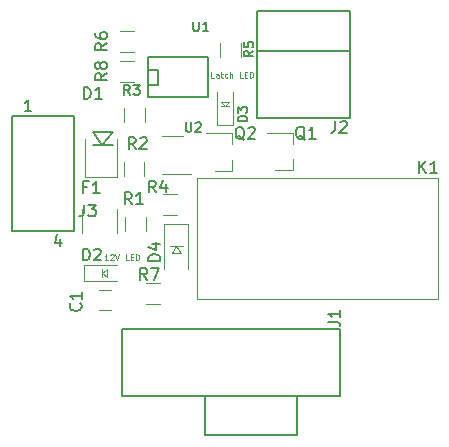
<source format=gbr>
G04 #@! TF.FileFunction,Legend,Top*
%FSLAX46Y46*%
G04 Gerber Fmt 4.6, Leading zero omitted, Abs format (unit mm)*
G04 Created by KiCad (PCBNEW 4.0.7-e2-6376~58~ubuntu16.04.1) date Thu Feb  1 21:29:33 2018*
%MOMM*%
%LPD*%
G01*
G04 APERTURE LIST*
%ADD10C,0.100000*%
%ADD11C,0.067000*%
%ADD12C,0.120000*%
%ADD13C,0.150000*%
%ADD14C,0.200000*%
G04 APERTURE END LIST*
D10*
D11*
X157556391Y-95900370D02*
X157318296Y-95900370D01*
X157318296Y-95400370D01*
X157937343Y-95900370D02*
X157937343Y-95638466D01*
X157913534Y-95590847D01*
X157865915Y-95567037D01*
X157770677Y-95567037D01*
X157723058Y-95590847D01*
X157937343Y-95876561D02*
X157889724Y-95900370D01*
X157770677Y-95900370D01*
X157723058Y-95876561D01*
X157699248Y-95828942D01*
X157699248Y-95781323D01*
X157723058Y-95733704D01*
X157770677Y-95709894D01*
X157889724Y-95709894D01*
X157937343Y-95686085D01*
X158104010Y-95567037D02*
X158294486Y-95567037D01*
X158175439Y-95400370D02*
X158175439Y-95828942D01*
X158199248Y-95876561D01*
X158246867Y-95900370D01*
X158294486Y-95900370D01*
X158675438Y-95876561D02*
X158627819Y-95900370D01*
X158532581Y-95900370D01*
X158484962Y-95876561D01*
X158461153Y-95852751D01*
X158437343Y-95805132D01*
X158437343Y-95662275D01*
X158461153Y-95614656D01*
X158484962Y-95590847D01*
X158532581Y-95567037D01*
X158627819Y-95567037D01*
X158675438Y-95590847D01*
X158889724Y-95900370D02*
X158889724Y-95400370D01*
X159104009Y-95900370D02*
X159104009Y-95638466D01*
X159080200Y-95590847D01*
X159032581Y-95567037D01*
X158961152Y-95567037D01*
X158913533Y-95590847D01*
X158889724Y-95614656D01*
X159961152Y-95900370D02*
X159723057Y-95900370D01*
X159723057Y-95400370D01*
X160127819Y-95638466D02*
X160294485Y-95638466D01*
X160365914Y-95900370D02*
X160127819Y-95900370D01*
X160127819Y-95400370D01*
X160365914Y-95400370D01*
X160580200Y-95900370D02*
X160580200Y-95400370D01*
X160699247Y-95400370D01*
X160770676Y-95424180D01*
X160818295Y-95471799D01*
X160842104Y-95519418D01*
X160865914Y-95614656D01*
X160865914Y-95686085D01*
X160842104Y-95781323D01*
X160818295Y-95828942D01*
X160770676Y-95876561D01*
X160699247Y-95900370D01*
X160580200Y-95900370D01*
X148582369Y-111358810D02*
X148296655Y-111358810D01*
X148439512Y-111358810D02*
X148439512Y-110858810D01*
X148391893Y-110930239D01*
X148344274Y-110977858D01*
X148296655Y-111001668D01*
X148772845Y-110906430D02*
X148796655Y-110882620D01*
X148844274Y-110858810D01*
X148963321Y-110858810D01*
X149010940Y-110882620D01*
X149034750Y-110906430D01*
X149058559Y-110954049D01*
X149058559Y-111001668D01*
X149034750Y-111073096D01*
X148749036Y-111358810D01*
X149058559Y-111358810D01*
X149201416Y-110858810D02*
X149368083Y-111358810D01*
X149534749Y-110858810D01*
X150320463Y-111358810D02*
X150082368Y-111358810D01*
X150082368Y-110858810D01*
X150487130Y-111096906D02*
X150653796Y-111096906D01*
X150725225Y-111358810D02*
X150487130Y-111358810D01*
X150487130Y-110858810D01*
X150725225Y-110858810D01*
X150939511Y-111358810D02*
X150939511Y-110858810D01*
X151058558Y-110858810D01*
X151129987Y-110882620D01*
X151177606Y-110930239D01*
X151201415Y-110977858D01*
X151225225Y-111073096D01*
X151225225Y-111144525D01*
X151201415Y-111239763D01*
X151177606Y-111287382D01*
X151129987Y-111335001D01*
X151058558Y-111358810D01*
X150939511Y-111358810D01*
D12*
X149577500Y-91944300D02*
X150777500Y-91944300D01*
X150777500Y-93704300D02*
X149577500Y-93704300D01*
D13*
X169020260Y-93599620D02*
X169020260Y-90289620D01*
X169020260Y-90289620D02*
X161220260Y-90289620D01*
X161220260Y-90289620D02*
X161220260Y-93599620D01*
X161220260Y-93599620D02*
X161220260Y-99321620D01*
X169020260Y-93599620D02*
X169020260Y-99321620D01*
X161220260Y-93599620D02*
X169020260Y-93599620D01*
X161220260Y-99321620D02*
X169020260Y-99321620D01*
D12*
X150018860Y-108882740D02*
X150018860Y-107682740D01*
X151778860Y-107682740D02*
X151778860Y-108882740D01*
X151651860Y-103034540D02*
X151651860Y-104234540D01*
X149891860Y-104234540D02*
X149891860Y-103034540D01*
X151687420Y-98493020D02*
X151687420Y-99693020D01*
X149927420Y-99693020D02*
X149927420Y-98493020D01*
X153245260Y-105761900D02*
X154445260Y-105761900D01*
X154445260Y-107521900D02*
X153245260Y-107521900D01*
X158060500Y-94186300D02*
X158060500Y-92986300D01*
X159820500Y-92986300D02*
X159820500Y-94186300D01*
X164201380Y-103710860D02*
X164201380Y-102780860D01*
X164201380Y-100550860D02*
X164201380Y-101480860D01*
X164201380Y-100550860D02*
X162041380Y-100550860D01*
X164201380Y-103710860D02*
X162741380Y-103710860D01*
X147806280Y-115591960D02*
X148806280Y-115591960D01*
X148806280Y-113891960D02*
X147806280Y-113891960D01*
X156086500Y-114657020D02*
X176526500Y-114657020D01*
X176526500Y-114657020D02*
X176526500Y-104357020D01*
X156086500Y-114657020D02*
X156086500Y-104357020D01*
X156086500Y-104357020D02*
X176526500Y-104357020D01*
X146355620Y-109018580D02*
X146355620Y-107018580D01*
X149315620Y-107018580D02*
X149315620Y-109018580D01*
D13*
X156995500Y-94172300D02*
X151995500Y-94172300D01*
X151995500Y-97572300D02*
X151995500Y-94172300D01*
X152065500Y-95237300D02*
X152827500Y-95237300D01*
X152827500Y-95237300D02*
X152827500Y-96507300D01*
X152827500Y-96507300D02*
X152065500Y-96507300D01*
X156995500Y-97572300D02*
X156995500Y-94172300D01*
X156995500Y-97572300D02*
X151995500Y-97572300D01*
D14*
X148980400Y-100530100D02*
X148080400Y-101630100D01*
X147280400Y-100530100D02*
X148980400Y-100530100D01*
X148080400Y-101630100D02*
X147280400Y-100530100D01*
X147280400Y-101630100D02*
X148980400Y-101630100D01*
D12*
X146646900Y-104305100D02*
X149313900Y-104305100D01*
X149313900Y-104305100D02*
X149313900Y-101130100D01*
X146646900Y-104305100D02*
X146646900Y-101130100D01*
D10*
X154348180Y-110137460D02*
X153948180Y-110737460D01*
X153948180Y-110737460D02*
X154748180Y-110737460D01*
X154348180Y-110137460D02*
X154748180Y-110737460D01*
X153798180Y-110137460D02*
X154898180Y-110137460D01*
D12*
X155348180Y-108287460D02*
X153348180Y-108287460D01*
X153348180Y-108287460D02*
X153348180Y-112137460D01*
X155348180Y-108287460D02*
X155348180Y-112137460D01*
X159050260Y-103771820D02*
X159050260Y-102841820D01*
X159050260Y-100611820D02*
X159050260Y-101541820D01*
X159050260Y-100611820D02*
X156890260Y-100611820D01*
X159050260Y-103771820D02*
X157590260Y-103771820D01*
X151794920Y-113290460D02*
X152994920Y-113290460D01*
X152994920Y-115050460D02*
X151794920Y-115050460D01*
X149577500Y-94484300D02*
X150777500Y-94484300D01*
X150777500Y-96244300D02*
X149577500Y-96244300D01*
X154956260Y-100840940D02*
X153156260Y-100840940D01*
X153156260Y-104060940D02*
X155606260Y-104060940D01*
D10*
X158833300Y-98327820D02*
X158483300Y-98327820D01*
X158483300Y-98327820D02*
X158133300Y-98327820D01*
X158833300Y-97977820D02*
X158483300Y-98327820D01*
X158783300Y-97977820D02*
X158833300Y-97977820D01*
X158833300Y-97977820D02*
X158783300Y-97977820D01*
X158133300Y-97977820D02*
X158783300Y-97977820D01*
X158183300Y-98027820D02*
X158133300Y-97977820D01*
X158483300Y-98327820D02*
X158183300Y-98027820D01*
D12*
X157783300Y-99927820D02*
X159183300Y-99927820D01*
X159183300Y-99927820D02*
X159183300Y-97127820D01*
X157783300Y-99927820D02*
X157783300Y-97127820D01*
D10*
X148097900Y-112798340D02*
X148097900Y-112448340D01*
X148097900Y-112448340D02*
X148097900Y-112098340D01*
X148447900Y-112798340D02*
X148097900Y-112448340D01*
X148447900Y-112748340D02*
X148447900Y-112798340D01*
X148447900Y-112798340D02*
X148447900Y-112748340D01*
X148447900Y-112098340D02*
X148447900Y-112748340D01*
X148397900Y-112148340D02*
X148447900Y-112098340D01*
X148097900Y-112448340D02*
X148397900Y-112148340D01*
D12*
X146497900Y-111748340D02*
X146497900Y-113148340D01*
X146497900Y-113148340D02*
X149297900Y-113148340D01*
X146497900Y-111748340D02*
X149297900Y-111748340D01*
D13*
X140407880Y-108868160D02*
X145707880Y-108868160D01*
X140407880Y-99178160D02*
X145707880Y-99178160D01*
X140407880Y-108868160D02*
X140407880Y-99178160D01*
X145707880Y-108868160D02*
X145707880Y-99178160D01*
X156813120Y-122882040D02*
X156813120Y-126192040D01*
X156813120Y-126192040D02*
X164613120Y-126192040D01*
X164613120Y-126192040D02*
X164613120Y-122882040D01*
X168213120Y-122882040D02*
X168213120Y-117160040D01*
X149713120Y-122882040D02*
X149713120Y-117160040D01*
X168213120Y-122882040D02*
X149713120Y-122882040D01*
X168213120Y-117160040D02*
X149713120Y-117160040D01*
X148470881Y-92990966D02*
X147994690Y-93324300D01*
X148470881Y-93562395D02*
X147470881Y-93562395D01*
X147470881Y-93181442D01*
X147518500Y-93086204D01*
X147566119Y-93038585D01*
X147661357Y-92990966D01*
X147804214Y-92990966D01*
X147899452Y-93038585D01*
X147947071Y-93086204D01*
X147994690Y-93181442D01*
X147994690Y-93562395D01*
X147470881Y-92133823D02*
X147470881Y-92324300D01*
X147518500Y-92419538D01*
X147566119Y-92467157D01*
X147708976Y-92562395D01*
X147899452Y-92610014D01*
X148280405Y-92610014D01*
X148375643Y-92562395D01*
X148423262Y-92514776D01*
X148470881Y-92419538D01*
X148470881Y-92229061D01*
X148423262Y-92133823D01*
X148375643Y-92086204D01*
X148280405Y-92038585D01*
X148042310Y-92038585D01*
X147947071Y-92086204D01*
X147899452Y-92133823D01*
X147851833Y-92229061D01*
X147851833Y-92419538D01*
X147899452Y-92514776D01*
X147947071Y-92562395D01*
X148042310Y-92610014D01*
X167789267Y-99579181D02*
X167789267Y-100293467D01*
X167741647Y-100436324D01*
X167646409Y-100531562D01*
X167503552Y-100579181D01*
X167408314Y-100579181D01*
X168217838Y-99674419D02*
X168265457Y-99626800D01*
X168360695Y-99579181D01*
X168598791Y-99579181D01*
X168694029Y-99626800D01*
X168741648Y-99674419D01*
X168789267Y-99769657D01*
X168789267Y-99864895D01*
X168741648Y-100007752D01*
X168170219Y-100579181D01*
X168789267Y-100579181D01*
X150574714Y-106616801D02*
X150241380Y-106140610D01*
X150003285Y-106616801D02*
X150003285Y-105616801D01*
X150384238Y-105616801D01*
X150479476Y-105664420D01*
X150527095Y-105712039D01*
X150574714Y-105807277D01*
X150574714Y-105950134D01*
X150527095Y-106045372D01*
X150479476Y-106092991D01*
X150384238Y-106140610D01*
X150003285Y-106140610D01*
X151527095Y-106616801D02*
X150955666Y-106616801D01*
X151241380Y-106616801D02*
X151241380Y-105616801D01*
X151146142Y-105759658D01*
X151050904Y-105854896D01*
X150955666Y-105902515D01*
X150899834Y-101953321D02*
X150566500Y-101477130D01*
X150328405Y-101953321D02*
X150328405Y-100953321D01*
X150709358Y-100953321D01*
X150804596Y-101000940D01*
X150852215Y-101048559D01*
X150899834Y-101143797D01*
X150899834Y-101286654D01*
X150852215Y-101381892D01*
X150804596Y-101429511D01*
X150709358Y-101477130D01*
X150328405Y-101477130D01*
X151280786Y-101048559D02*
X151328405Y-101000940D01*
X151423643Y-100953321D01*
X151661739Y-100953321D01*
X151756977Y-101000940D01*
X151804596Y-101048559D01*
X151852215Y-101143797D01*
X151852215Y-101239035D01*
X151804596Y-101381892D01*
X151233167Y-101953321D01*
X151852215Y-101953321D01*
X150425993Y-97356818D02*
X150140660Y-96949199D01*
X149936851Y-97356818D02*
X149936851Y-96500818D01*
X150262946Y-96500818D01*
X150344470Y-96541580D01*
X150385231Y-96582342D01*
X150425993Y-96663866D01*
X150425993Y-96786151D01*
X150385231Y-96867675D01*
X150344470Y-96908437D01*
X150262946Y-96949199D01*
X149936851Y-96949199D01*
X150711327Y-96500818D02*
X151241231Y-96500818D01*
X150955898Y-96826913D01*
X151078184Y-96826913D01*
X151159708Y-96867675D01*
X151200470Y-96908437D01*
X151241231Y-96989961D01*
X151241231Y-97193770D01*
X151200470Y-97275294D01*
X151159708Y-97316056D01*
X151078184Y-97356818D01*
X150833612Y-97356818D01*
X150752089Y-97316056D01*
X150711327Y-97275294D01*
X152632114Y-105605841D02*
X152298780Y-105129650D01*
X152060685Y-105605841D02*
X152060685Y-104605841D01*
X152441638Y-104605841D01*
X152536876Y-104653460D01*
X152584495Y-104701079D01*
X152632114Y-104796317D01*
X152632114Y-104939174D01*
X152584495Y-105034412D01*
X152536876Y-105082031D01*
X152441638Y-105129650D01*
X152060685Y-105129650D01*
X153489257Y-104939174D02*
X153489257Y-105605841D01*
X153251161Y-104558222D02*
X153013066Y-105272508D01*
X153632114Y-105272508D01*
X160877205Y-93620573D02*
X160496252Y-93887240D01*
X160877205Y-94077716D02*
X160077205Y-94077716D01*
X160077205Y-93772954D01*
X160115300Y-93696763D01*
X160153395Y-93658668D01*
X160229586Y-93620573D01*
X160343871Y-93620573D01*
X160420062Y-93658668D01*
X160458157Y-93696763D01*
X160496252Y-93772954D01*
X160496252Y-94077716D01*
X160077205Y-92896763D02*
X160077205Y-93277716D01*
X160458157Y-93315811D01*
X160420062Y-93277716D01*
X160381967Y-93201525D01*
X160381967Y-93011049D01*
X160420062Y-92934859D01*
X160458157Y-92896763D01*
X160534348Y-92858668D01*
X160724824Y-92858668D01*
X160801014Y-92896763D01*
X160839110Y-92934859D01*
X160877205Y-93011049D01*
X160877205Y-93201525D01*
X160839110Y-93277716D01*
X160801014Y-93315811D01*
X165240982Y-101154479D02*
X165145744Y-101106860D01*
X165050506Y-101011622D01*
X164907649Y-100868765D01*
X164812410Y-100821146D01*
X164717172Y-100821146D01*
X164764791Y-101059241D02*
X164669553Y-101011622D01*
X164574315Y-100916384D01*
X164526696Y-100725908D01*
X164526696Y-100392574D01*
X164574315Y-100202098D01*
X164669553Y-100106860D01*
X164764791Y-100059241D01*
X164955268Y-100059241D01*
X165050506Y-100106860D01*
X165145744Y-100202098D01*
X165193363Y-100392574D01*
X165193363Y-100725908D01*
X165145744Y-100916384D01*
X165050506Y-101011622D01*
X164955268Y-101059241D01*
X164764791Y-101059241D01*
X166145744Y-101059241D02*
X165574315Y-101059241D01*
X165860029Y-101059241D02*
X165860029Y-100059241D01*
X165764791Y-100202098D01*
X165669553Y-100297336D01*
X165574315Y-100344955D01*
X146240263Y-115012766D02*
X146287882Y-115060385D01*
X146335501Y-115203242D01*
X146335501Y-115298480D01*
X146287882Y-115441338D01*
X146192644Y-115536576D01*
X146097406Y-115584195D01*
X145906930Y-115631814D01*
X145764072Y-115631814D01*
X145573596Y-115584195D01*
X145478358Y-115536576D01*
X145383120Y-115441338D01*
X145335501Y-115298480D01*
X145335501Y-115203242D01*
X145383120Y-115060385D01*
X145430739Y-115012766D01*
X146335501Y-114060385D02*
X146335501Y-114631814D01*
X146335501Y-114346100D02*
X145335501Y-114346100D01*
X145478358Y-114441338D01*
X145573596Y-114536576D01*
X145621215Y-114631814D01*
X174902905Y-103957381D02*
X174902905Y-102957381D01*
X175474334Y-103957381D02*
X175045762Y-103385952D01*
X175474334Y-102957381D02*
X174902905Y-103528810D01*
X176426715Y-103957381D02*
X175855286Y-103957381D01*
X176141000Y-103957381D02*
X176141000Y-102957381D01*
X176045762Y-103100238D01*
X175950524Y-103195476D01*
X175855286Y-103243095D01*
X146824107Y-105160771D02*
X146490773Y-105160771D01*
X146490773Y-105684581D02*
X146490773Y-104684581D01*
X146966964Y-104684581D01*
X147871726Y-105684581D02*
X147300297Y-105684581D01*
X147586011Y-105684581D02*
X147586011Y-104684581D01*
X147490773Y-104827438D01*
X147395535Y-104922676D01*
X147300297Y-104970295D01*
X155803676Y-91154305D02*
X155803676Y-91801924D01*
X155841771Y-91878114D01*
X155879867Y-91916210D01*
X155956057Y-91954305D01*
X156108438Y-91954305D01*
X156184629Y-91916210D01*
X156222724Y-91878114D01*
X156260819Y-91801924D01*
X156260819Y-91154305D01*
X157060819Y-91954305D02*
X156603676Y-91954305D01*
X156832247Y-91954305D02*
X156832247Y-91154305D01*
X156756057Y-91268590D01*
X156679866Y-91344781D01*
X156603676Y-91382876D01*
X146531105Y-97696281D02*
X146531105Y-96696281D01*
X146769200Y-96696281D01*
X146912058Y-96743900D01*
X147007296Y-96839138D01*
X147054915Y-96934376D01*
X147102534Y-97124852D01*
X147102534Y-97267710D01*
X147054915Y-97458186D01*
X147007296Y-97553424D01*
X146912058Y-97648662D01*
X146769200Y-97696281D01*
X146531105Y-97696281D01*
X148054915Y-97696281D02*
X147483486Y-97696281D01*
X147769200Y-97696281D02*
X147769200Y-96696281D01*
X147673962Y-96839138D01*
X147578724Y-96934376D01*
X147483486Y-96981995D01*
X152997161Y-111423675D02*
X151997161Y-111423675D01*
X151997161Y-111185580D01*
X152044780Y-111042722D01*
X152140018Y-110947484D01*
X152235256Y-110899865D01*
X152425732Y-110852246D01*
X152568590Y-110852246D01*
X152759066Y-110899865D01*
X152854304Y-110947484D01*
X152949542Y-111042722D01*
X152997161Y-111185580D01*
X152997161Y-111423675D01*
X152330494Y-109995103D02*
X152997161Y-109995103D01*
X151949542Y-110233199D02*
X152663828Y-110471294D01*
X152663828Y-109852246D01*
X160100022Y-101179879D02*
X160004784Y-101132260D01*
X159909546Y-101037022D01*
X159766689Y-100894165D01*
X159671450Y-100846546D01*
X159576212Y-100846546D01*
X159623831Y-101084641D02*
X159528593Y-101037022D01*
X159433355Y-100941784D01*
X159385736Y-100751308D01*
X159385736Y-100417974D01*
X159433355Y-100227498D01*
X159528593Y-100132260D01*
X159623831Y-100084641D01*
X159814308Y-100084641D01*
X159909546Y-100132260D01*
X160004784Y-100227498D01*
X160052403Y-100417974D01*
X160052403Y-100751308D01*
X160004784Y-100941784D01*
X159909546Y-101037022D01*
X159814308Y-101084641D01*
X159623831Y-101084641D01*
X160433355Y-100179879D02*
X160480974Y-100132260D01*
X160576212Y-100084641D01*
X160814308Y-100084641D01*
X160909546Y-100132260D01*
X160957165Y-100179879D01*
X161004784Y-100275117D01*
X161004784Y-100370355D01*
X160957165Y-100513212D01*
X160385736Y-101084641D01*
X161004784Y-101084641D01*
X151887894Y-113037881D02*
X151554560Y-112561690D01*
X151316465Y-113037881D02*
X151316465Y-112037881D01*
X151697418Y-112037881D01*
X151792656Y-112085500D01*
X151840275Y-112133119D01*
X151887894Y-112228357D01*
X151887894Y-112371214D01*
X151840275Y-112466452D01*
X151792656Y-112514071D01*
X151697418Y-112561690D01*
X151316465Y-112561690D01*
X152221227Y-112037881D02*
X152887894Y-112037881D01*
X152459322Y-113037881D01*
X148470881Y-95530966D02*
X147994690Y-95864300D01*
X148470881Y-96102395D02*
X147470881Y-96102395D01*
X147470881Y-95721442D01*
X147518500Y-95626204D01*
X147566119Y-95578585D01*
X147661357Y-95530966D01*
X147804214Y-95530966D01*
X147899452Y-95578585D01*
X147947071Y-95626204D01*
X147994690Y-95721442D01*
X147994690Y-96102395D01*
X147899452Y-94959538D02*
X147851833Y-95054776D01*
X147804214Y-95102395D01*
X147708976Y-95150014D01*
X147661357Y-95150014D01*
X147566119Y-95102395D01*
X147518500Y-95054776D01*
X147470881Y-94959538D01*
X147470881Y-94769061D01*
X147518500Y-94673823D01*
X147566119Y-94626204D01*
X147661357Y-94578585D01*
X147708976Y-94578585D01*
X147804214Y-94626204D01*
X147851833Y-94673823D01*
X147899452Y-94769061D01*
X147899452Y-94959538D01*
X147947071Y-95054776D01*
X147994690Y-95102395D01*
X148089929Y-95150014D01*
X148280405Y-95150014D01*
X148375643Y-95102395D01*
X148423262Y-95054776D01*
X148470881Y-94959538D01*
X148470881Y-94769061D01*
X148423262Y-94673823D01*
X148375643Y-94626204D01*
X148280405Y-94578585D01*
X148089929Y-94578585D01*
X147994690Y-94626204D01*
X147947071Y-94673823D01*
X147899452Y-94769061D01*
X155155976Y-99691245D02*
X155155976Y-100338864D01*
X155194071Y-100415054D01*
X155232167Y-100453150D01*
X155308357Y-100491245D01*
X155460738Y-100491245D01*
X155536929Y-100453150D01*
X155575024Y-100415054D01*
X155613119Y-100338864D01*
X155613119Y-99691245D01*
X155955976Y-99767435D02*
X155994071Y-99729340D01*
X156070262Y-99691245D01*
X156260738Y-99691245D01*
X156336928Y-99729340D01*
X156375024Y-99767435D01*
X156413119Y-99843626D01*
X156413119Y-99919816D01*
X156375024Y-100034102D01*
X155917881Y-100491245D01*
X156413119Y-100491245D01*
X160353965Y-99576816D02*
X159553965Y-99576816D01*
X159553965Y-99386340D01*
X159592060Y-99272054D01*
X159668250Y-99195863D01*
X159744441Y-99157768D01*
X159896822Y-99119673D01*
X160011108Y-99119673D01*
X160163489Y-99157768D01*
X160239679Y-99195863D01*
X160315870Y-99272054D01*
X160353965Y-99386340D01*
X160353965Y-99576816D01*
X159553965Y-98853006D02*
X159553965Y-98357768D01*
X159858727Y-98624435D01*
X159858727Y-98510149D01*
X159896822Y-98433959D01*
X159934917Y-98395863D01*
X160011108Y-98357768D01*
X160201584Y-98357768D01*
X160277774Y-98395863D01*
X160315870Y-98433959D01*
X160353965Y-98510149D01*
X160353965Y-98738721D01*
X160315870Y-98814911D01*
X160277774Y-98853006D01*
X146452365Y-111366561D02*
X146452365Y-110366561D01*
X146690460Y-110366561D01*
X146833318Y-110414180D01*
X146928556Y-110509418D01*
X146976175Y-110604656D01*
X147023794Y-110795132D01*
X147023794Y-110937990D01*
X146976175Y-111128466D01*
X146928556Y-111223704D01*
X146833318Y-111318942D01*
X146690460Y-111366561D01*
X146452365Y-111366561D01*
X147404746Y-110461799D02*
X147452365Y-110414180D01*
X147547603Y-110366561D01*
X147785699Y-110366561D01*
X147880937Y-110414180D01*
X147928556Y-110461799D01*
X147976175Y-110557037D01*
X147976175Y-110652275D01*
X147928556Y-110795132D01*
X147357127Y-111366561D01*
X147976175Y-111366561D01*
X146534547Y-106650541D02*
X146534547Y-107364827D01*
X146486927Y-107507684D01*
X146391689Y-107602922D01*
X146248832Y-107650541D01*
X146153594Y-107650541D01*
X146915499Y-106650541D02*
X147534547Y-106650541D01*
X147201213Y-107031493D01*
X147344071Y-107031493D01*
X147439309Y-107079112D01*
X147486928Y-107126731D01*
X147534547Y-107221970D01*
X147534547Y-107460065D01*
X147486928Y-107555303D01*
X147439309Y-107602922D01*
X147344071Y-107650541D01*
X147058356Y-107650541D01*
X146963118Y-107602922D01*
X146915499Y-107555303D01*
X144518357Y-109523874D02*
X144518357Y-110190541D01*
X144280261Y-109142922D02*
X144042166Y-109857208D01*
X144661214Y-109857208D01*
X142073595Y-98760541D02*
X141502166Y-98760541D01*
X141787880Y-98760541D02*
X141787880Y-97760541D01*
X141692642Y-97903398D01*
X141597404Y-97998636D01*
X141502166Y-98046255D01*
X167229541Y-116584053D02*
X167943827Y-116584053D01*
X168086684Y-116631673D01*
X168181922Y-116726911D01*
X168229541Y-116869768D01*
X168229541Y-116965006D01*
X168229541Y-115584053D02*
X168229541Y-116155482D01*
X168229541Y-115869768D02*
X167229541Y-115869768D01*
X167372398Y-115965006D01*
X167467636Y-116060244D01*
X167515255Y-116155482D01*
M02*

</source>
